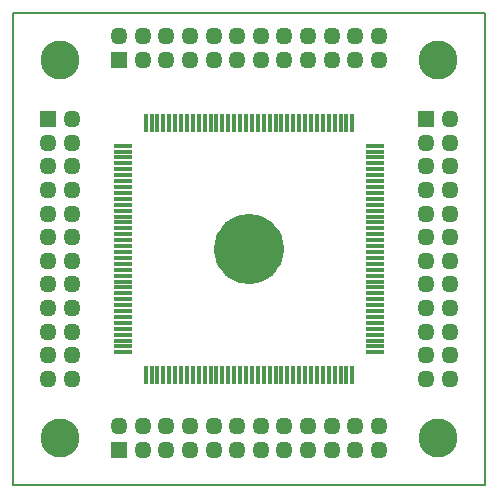
<source format=gbr>
%TF.GenerationSoftware,KiCad,Pcbnew,(5.1.6)-1*%
%TF.CreationDate,2020-08-24T19:14:35+01:00*%
%TF.ProjectId,HeikouBoxCore,4865696b-6f75-4426-9f78-436f72652e6b,rev?*%
%TF.SameCoordinates,Original*%
%TF.FileFunction,Soldermask,Top*%
%TF.FilePolarity,Negative*%
%FSLAX46Y46*%
G04 Gerber Fmt 4.6, Leading zero omitted, Abs format (unit mm)*
G04 Created by KiCad (PCBNEW (5.1.6)-1) date 2020-08-24 19:14:35*
%MOMM*%
%LPD*%
G01*
G04 APERTURE LIST*
%TA.AperFunction,Profile*%
%ADD10C,0.150000*%
%TD*%
%ADD11C,3.000000*%
%ADD12R,1.650000X0.400000*%
%ADD13R,0.400000X1.650000*%
%ADD14R,1.450000X1.450000*%
%ADD15O,1.450000X1.450000*%
%ADD16C,3.300000*%
G04 APERTURE END LIST*
D10*
X17000000Y-57000000D02*
X17000000Y-17000000D01*
X57000000Y-57000000D02*
X17000000Y-57000000D01*
X57000000Y-17000000D02*
X57000000Y-57000000D01*
X17000000Y-17000000D02*
X57000000Y-17000000D01*
D11*
X38500000Y-37000000D02*
G75*
G03*
X38500000Y-37000000I-1500000J0D01*
G01*
D12*
X26300000Y-28250000D03*
X26300000Y-28750000D03*
X26300000Y-29250000D03*
X26300000Y-29750000D03*
X26300000Y-30250000D03*
X26300000Y-30750000D03*
X26300000Y-31250000D03*
X26300000Y-31750000D03*
X26300000Y-32250000D03*
X26300000Y-32750000D03*
X26300000Y-33250000D03*
X26300000Y-33750000D03*
X26300000Y-34250000D03*
X26300000Y-34750000D03*
X26300000Y-35250000D03*
X26300000Y-35750000D03*
X26300000Y-36250000D03*
X26300000Y-36750000D03*
X26300000Y-37250000D03*
X26300000Y-37750000D03*
X26300000Y-38250000D03*
X26300000Y-38750000D03*
X26300000Y-39250000D03*
X26300000Y-39750000D03*
X26300000Y-40250000D03*
X26300000Y-40750000D03*
X26300000Y-41250000D03*
X26300000Y-41750000D03*
X26300000Y-42250000D03*
X26300000Y-42750000D03*
X26300000Y-43250000D03*
X26300000Y-43750000D03*
X26300000Y-44250000D03*
X26300000Y-44750000D03*
X26300000Y-45250000D03*
X26300000Y-45750000D03*
D13*
X28250000Y-47700000D03*
X28750000Y-47700000D03*
X29250000Y-47700000D03*
X29750000Y-47700000D03*
X30250000Y-47700000D03*
X30750000Y-47700000D03*
X31250000Y-47700000D03*
X31750000Y-47700000D03*
X32250000Y-47700000D03*
X32750000Y-47700000D03*
X33250000Y-47700000D03*
X33750000Y-47700000D03*
X34250000Y-47700000D03*
X34750000Y-47700000D03*
X35250000Y-47700000D03*
X35750000Y-47700000D03*
X36250000Y-47700000D03*
X36750000Y-47700000D03*
X37250000Y-47700000D03*
X37750000Y-47700000D03*
X38250000Y-47700000D03*
X38750000Y-47700000D03*
X39250000Y-47700000D03*
X39750000Y-47700000D03*
X40250000Y-47700000D03*
X40750000Y-47700000D03*
X41250000Y-47700000D03*
X41750000Y-47700000D03*
X42250000Y-47700000D03*
X42750000Y-47700000D03*
X43250000Y-47700000D03*
X43750000Y-47700000D03*
X44250000Y-47700000D03*
X44750000Y-47700000D03*
X45250000Y-47700000D03*
X45750000Y-47700000D03*
D12*
X47700000Y-45750000D03*
X47700000Y-45250000D03*
X47700000Y-44750000D03*
X47700000Y-44250000D03*
X47700000Y-43750000D03*
X47700000Y-43250000D03*
X47700000Y-42750000D03*
X47700000Y-42250000D03*
X47700000Y-41750000D03*
X47700000Y-41250000D03*
X47700000Y-40750000D03*
X47700000Y-40250000D03*
X47700000Y-39750000D03*
X47700000Y-39250000D03*
X47700000Y-38750000D03*
X47700000Y-38250000D03*
X47700000Y-37750000D03*
X47700000Y-37250000D03*
X47700000Y-36750000D03*
X47700000Y-36250000D03*
X47700000Y-35750000D03*
X47700000Y-35250000D03*
X47700000Y-34750000D03*
X47700000Y-34250000D03*
X47700000Y-33750000D03*
X47700000Y-33250000D03*
X47700000Y-32750000D03*
X47700000Y-32250000D03*
X47700000Y-31750000D03*
X47700000Y-31250000D03*
X47700000Y-30750000D03*
X47700000Y-30250000D03*
X47700000Y-29750000D03*
X47700000Y-29250000D03*
X47700000Y-28750000D03*
X47700000Y-28250000D03*
D13*
X45750000Y-26300000D03*
X45250000Y-26300000D03*
X44750000Y-26300000D03*
X44250000Y-26300000D03*
X43750000Y-26300000D03*
X43250000Y-26300000D03*
X42750000Y-26300000D03*
X42250000Y-26300000D03*
X41750000Y-26300000D03*
X41250000Y-26300000D03*
X40750000Y-26300000D03*
X40250000Y-26300000D03*
X39750000Y-26300000D03*
X39250000Y-26300000D03*
X38750000Y-26300000D03*
X38250000Y-26300000D03*
X37750000Y-26300000D03*
X37250000Y-26300000D03*
X36750000Y-26300000D03*
X36250000Y-26300000D03*
X35750000Y-26300000D03*
X35250000Y-26300000D03*
X34750000Y-26300000D03*
X34250000Y-26300000D03*
X33750000Y-26300000D03*
X33250000Y-26300000D03*
X32750000Y-26300000D03*
X32250000Y-26300000D03*
X31750000Y-26300000D03*
X31250000Y-26300000D03*
X30750000Y-26300000D03*
X30250000Y-26300000D03*
X29750000Y-26300000D03*
X29250000Y-26300000D03*
X28750000Y-26300000D03*
X28250000Y-26300000D03*
D14*
X20000000Y-26000000D03*
D15*
X22000000Y-26000000D03*
X20000000Y-28000000D03*
X22000000Y-28000000D03*
X20000000Y-30000000D03*
X22000000Y-30000000D03*
X20000000Y-32000000D03*
X22000000Y-32000000D03*
X20000000Y-34000000D03*
X22000000Y-34000000D03*
X20000000Y-36000000D03*
X22000000Y-36000000D03*
X20000000Y-38000000D03*
X22000000Y-38000000D03*
X20000000Y-40000000D03*
X22000000Y-40000000D03*
X20000000Y-42000000D03*
X22000000Y-42000000D03*
X20000000Y-44000000D03*
X22000000Y-44000000D03*
X20000000Y-46000000D03*
X22000000Y-46000000D03*
X20000000Y-48000000D03*
X22000000Y-48000000D03*
D14*
X26000000Y-54000000D03*
D15*
X26000000Y-52000000D03*
X28000000Y-54000000D03*
X28000000Y-52000000D03*
X30000000Y-54000000D03*
X30000000Y-52000000D03*
X32000000Y-54000000D03*
X32000000Y-52000000D03*
X34000000Y-54000000D03*
X34000000Y-52000000D03*
X36000000Y-54000000D03*
X36000000Y-52000000D03*
X38000000Y-54000000D03*
X38000000Y-52000000D03*
X40000000Y-54000000D03*
X40000000Y-52000000D03*
X42000000Y-54000000D03*
X42000000Y-52000000D03*
X44000000Y-54000000D03*
X44000000Y-52000000D03*
X46000000Y-54000000D03*
X46000000Y-52000000D03*
X48000000Y-54000000D03*
X48000000Y-52000000D03*
D14*
X52000000Y-26000000D03*
D15*
X54000000Y-26000000D03*
X52000000Y-28000000D03*
X54000000Y-28000000D03*
X52000000Y-30000000D03*
X54000000Y-30000000D03*
X52000000Y-32000000D03*
X54000000Y-32000000D03*
X52000000Y-34000000D03*
X54000000Y-34000000D03*
X52000000Y-36000000D03*
X54000000Y-36000000D03*
X52000000Y-38000000D03*
X54000000Y-38000000D03*
X52000000Y-40000000D03*
X54000000Y-40000000D03*
X52000000Y-42000000D03*
X54000000Y-42000000D03*
X52000000Y-44000000D03*
X54000000Y-44000000D03*
X52000000Y-46000000D03*
X54000000Y-46000000D03*
X52000000Y-48000000D03*
X54000000Y-48000000D03*
D14*
X26000000Y-21000000D03*
D15*
X26000000Y-19000000D03*
X28000000Y-21000000D03*
X28000000Y-19000000D03*
X30000000Y-21000000D03*
X30000000Y-19000000D03*
X32000000Y-21000000D03*
X32000000Y-19000000D03*
X34000000Y-21000000D03*
X34000000Y-19000000D03*
X36000000Y-21000000D03*
X36000000Y-19000000D03*
X38000000Y-21000000D03*
X38000000Y-19000000D03*
X40000000Y-21000000D03*
X40000000Y-19000000D03*
X42000000Y-21000000D03*
X42000000Y-19000000D03*
X44000000Y-21000000D03*
X44000000Y-19000000D03*
X46000000Y-21000000D03*
X46000000Y-19000000D03*
X48000000Y-21000000D03*
X48000000Y-19000000D03*
D16*
X53000000Y-53000000D03*
X21000000Y-53000000D03*
X21000000Y-21000000D03*
X53000000Y-21000000D03*
M02*

</source>
